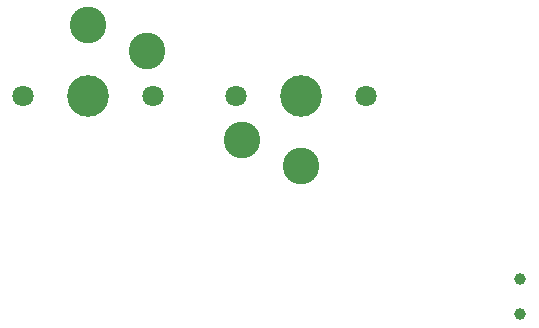
<source format=gbr>
%TF.GenerationSoftware,KiCad,Pcbnew,(7.0.0-0)*%
%TF.CreationDate,2023-02-20T17:02:08+08:00*%
%TF.ProjectId,test,74657374-2e6b-4696-9361-645f70636258,v1.0.0*%
%TF.SameCoordinates,Original*%
%TF.FileFunction,Soldermask,Top*%
%TF.FilePolarity,Negative*%
%FSLAX46Y46*%
G04 Gerber Fmt 4.6, Leading zero omitted, Abs format (unit mm)*
G04 Created by KiCad (PCBNEW (7.0.0-0)) date 2023-02-20 17:02:08*
%MOMM*%
%LPD*%
G01*
G04 APERTURE LIST*
%ADD10C,3.529000*%
%ADD11C,1.801800*%
%ADD12C,3.100000*%
%ADD13C,1.000000*%
G04 APERTURE END LIST*
D10*
%TO.C,S1*%
X0Y17000000D03*
D11*
X-5500000Y17000000D03*
X5500000Y17000000D03*
D12*
X5000000Y20750000D03*
X0Y22950000D03*
%TD*%
D10*
%TO.C,S2*%
X18000000Y17000000D03*
D11*
X23500000Y17000000D03*
X12500000Y17000000D03*
D12*
X13000000Y13250000D03*
X18000000Y11050000D03*
%TD*%
D13*
%TO.C,SS1*%
X36550000Y-1500000D03*
X36550000Y1500000D03*
%TD*%
M02*

</source>
